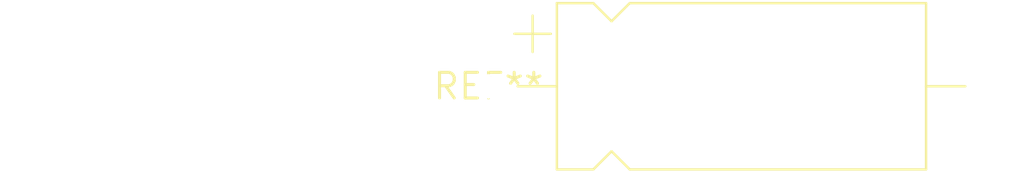
<source format=kicad_pcb>
(kicad_pcb (version 20240108) (generator pcbnew)
  (layers (0 "F.Cu" signal) (31 "B.Cu" signal) (34 "B.Paste" user) (35 "F.Paste" user) (36 "B.SilkS" user "B.Silkscreen") (37 "F.SilkS" user "F.Silkscreen") (38 "B.Mask" user) (39 "F.Mask" user) (44 "Edge.Cuts" user))
  (net 0 "")
  (footprint "CP_Axial_L18.0mm_D8.0mm_P25.00mm_Horizontal" (layer "F.Cu") (at 0 0)
    (property "Reference" "REF**")
    (property "Value" "CP_Axial_L18.0mm_D8.0mm_P25.00mm_Horizontal")
    (fp_line (start 1.28 -2.6) (end 3.08 -2.6) (layer "F.SilkS") (stroke (width 0.12)))
    (fp_line (start 1.44 0) (end 3.38 0) (layer "F.SilkS") (stroke (width 0.12)))
    (fp_line (start 2.18 -3.5) (end 2.18 -1.7) (layer "F.SilkS") (stroke (width 0.12)))
    (fp_line (start 3.38 -4.12) (end 3.38 4.12) (layer "F.SilkS") (stroke (width 0.12)))
    (fp_line (start 3.38 -4.12) (end 5.18 -4.12) (layer "F.SilkS") (stroke (width 0.12)))
    (fp_line (start 3.38 4.12) (end 5.18 4.12) (layer "F.SilkS") (stroke (width 0.12)))
    (fp_line (start 5.18 -4.12) (end 6.08 -3.22) (layer "F.SilkS") (stroke (width 0.12)))
    (fp_line (start 5.18 4.12) (end 6.08 3.22) (layer "F.SilkS") (stroke (width 0.12)))
    (fp_line (start 6.08 -3.22) (end 6.98 -4.12) (layer "F.SilkS") (stroke (width 0.12)))
    (fp_line (start 6.08 3.22) (end 6.98 4.12) (layer "F.SilkS") (stroke (width 0.12)))
    (fp_line (start 6.98 -4.12) (end 21.62 -4.12) (layer "F.SilkS") (stroke (width 0.12)))
    (fp_line (start 6.98 4.12) (end 21.62 4.12) (layer "F.SilkS") (stroke (width 0.12)))
    (fp_line (start 21.62 -4.12) (end 21.62 4.12) (layer "F.SilkS") (stroke (width 0.12)))
    (fp_line (start 23.56 0) (end 21.62 0) (layer "F.SilkS") (stroke (width 0.12)))
    (pad "1" thru_hole rect (at 0 0) (size 2.4 2.4) (drill 1.2) (layers *.Cu *.Mask) (remove_unused_layers))
    (pad "2" thru_hole oval (at 25 0) (size 2.4 2.4) (drill 1.2) (layers *.Cu *.Mask) (remove_unused_layers))
  )
)
</source>
